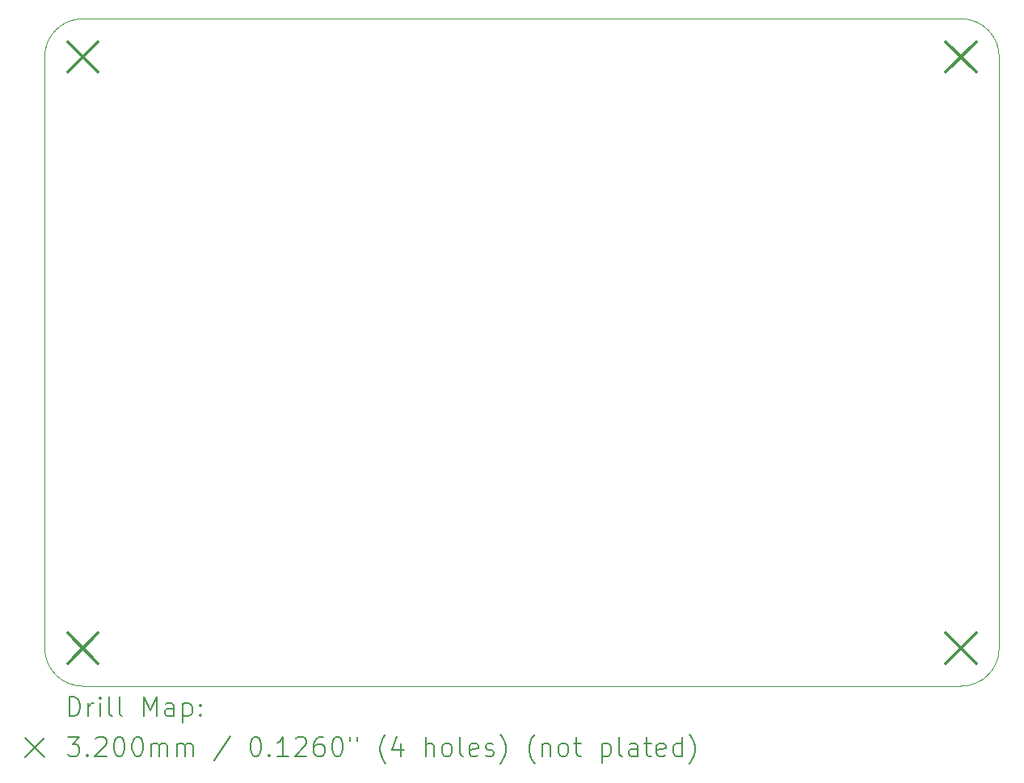
<source format=gbr>
%TF.GenerationSoftware,KiCad,Pcbnew,8.0.4*%
%TF.CreationDate,2024-09-04T06:00:44+09:00*%
%TF.ProjectId,circuit-esp32-base,63697263-7569-4742-9d65-737033322d62,rev?*%
%TF.SameCoordinates,Original*%
%TF.FileFunction,Drillmap*%
%TF.FilePolarity,Positive*%
%FSLAX45Y45*%
G04 Gerber Fmt 4.5, Leading zero omitted, Abs format (unit mm)*
G04 Created by KiCad (PCBNEW 8.0.4) date 2024-09-04 06:00:44*
%MOMM*%
%LPD*%
G01*
G04 APERTURE LIST*
%ADD10C,0.050000*%
%ADD11C,0.200000*%
%ADD12C,0.320000*%
G04 APERTURE END LIST*
D10*
X10000000Y-8350000D02*
G75*
G02*
X10400000Y-7950000I400000J0D01*
G01*
X20000000Y-14550000D02*
G75*
G02*
X19600000Y-14950000I-400000J0D01*
G01*
X10400000Y-7950000D02*
X19600000Y-7950000D01*
X19600000Y-7950000D02*
G75*
G02*
X20000000Y-8350000I0J-400000D01*
G01*
X10000000Y-8350000D02*
X10000000Y-14550000D01*
X10400000Y-14950000D02*
G75*
G02*
X10000000Y-14550000I0J400000D01*
G01*
X10400000Y-14950000D02*
X19600000Y-14950000D01*
X20000000Y-8350000D02*
X20000000Y-14550000D01*
D11*
D12*
X10240000Y-8190000D02*
X10560000Y-8510000D01*
X10560000Y-8190000D02*
X10240000Y-8510000D01*
X10240000Y-14390000D02*
X10560000Y-14710000D01*
X10560000Y-14390000D02*
X10240000Y-14710000D01*
X19440000Y-8190000D02*
X19760000Y-8510000D01*
X19760000Y-8190000D02*
X19440000Y-8510000D01*
X19440000Y-14390000D02*
X19760000Y-14710000D01*
X19760000Y-14390000D02*
X19440000Y-14710000D01*
D11*
X10258277Y-15263984D02*
X10258277Y-15063984D01*
X10258277Y-15063984D02*
X10305896Y-15063984D01*
X10305896Y-15063984D02*
X10334467Y-15073508D01*
X10334467Y-15073508D02*
X10353515Y-15092555D01*
X10353515Y-15092555D02*
X10363039Y-15111603D01*
X10363039Y-15111603D02*
X10372563Y-15149698D01*
X10372563Y-15149698D02*
X10372563Y-15178269D01*
X10372563Y-15178269D02*
X10363039Y-15216365D01*
X10363039Y-15216365D02*
X10353515Y-15235412D01*
X10353515Y-15235412D02*
X10334467Y-15254460D01*
X10334467Y-15254460D02*
X10305896Y-15263984D01*
X10305896Y-15263984D02*
X10258277Y-15263984D01*
X10458277Y-15263984D02*
X10458277Y-15130650D01*
X10458277Y-15168746D02*
X10467801Y-15149698D01*
X10467801Y-15149698D02*
X10477324Y-15140174D01*
X10477324Y-15140174D02*
X10496372Y-15130650D01*
X10496372Y-15130650D02*
X10515420Y-15130650D01*
X10582086Y-15263984D02*
X10582086Y-15130650D01*
X10582086Y-15063984D02*
X10572563Y-15073508D01*
X10572563Y-15073508D02*
X10582086Y-15083031D01*
X10582086Y-15083031D02*
X10591610Y-15073508D01*
X10591610Y-15073508D02*
X10582086Y-15063984D01*
X10582086Y-15063984D02*
X10582086Y-15083031D01*
X10705896Y-15263984D02*
X10686848Y-15254460D01*
X10686848Y-15254460D02*
X10677324Y-15235412D01*
X10677324Y-15235412D02*
X10677324Y-15063984D01*
X10810658Y-15263984D02*
X10791610Y-15254460D01*
X10791610Y-15254460D02*
X10782086Y-15235412D01*
X10782086Y-15235412D02*
X10782086Y-15063984D01*
X11039229Y-15263984D02*
X11039229Y-15063984D01*
X11039229Y-15063984D02*
X11105896Y-15206841D01*
X11105896Y-15206841D02*
X11172563Y-15063984D01*
X11172563Y-15063984D02*
X11172563Y-15263984D01*
X11353515Y-15263984D02*
X11353515Y-15159222D01*
X11353515Y-15159222D02*
X11343991Y-15140174D01*
X11343991Y-15140174D02*
X11324943Y-15130650D01*
X11324943Y-15130650D02*
X11286848Y-15130650D01*
X11286848Y-15130650D02*
X11267801Y-15140174D01*
X11353515Y-15254460D02*
X11334467Y-15263984D01*
X11334467Y-15263984D02*
X11286848Y-15263984D01*
X11286848Y-15263984D02*
X11267801Y-15254460D01*
X11267801Y-15254460D02*
X11258277Y-15235412D01*
X11258277Y-15235412D02*
X11258277Y-15216365D01*
X11258277Y-15216365D02*
X11267801Y-15197317D01*
X11267801Y-15197317D02*
X11286848Y-15187793D01*
X11286848Y-15187793D02*
X11334467Y-15187793D01*
X11334467Y-15187793D02*
X11353515Y-15178269D01*
X11448753Y-15130650D02*
X11448753Y-15330650D01*
X11448753Y-15140174D02*
X11467801Y-15130650D01*
X11467801Y-15130650D02*
X11505896Y-15130650D01*
X11505896Y-15130650D02*
X11524943Y-15140174D01*
X11524943Y-15140174D02*
X11534467Y-15149698D01*
X11534467Y-15149698D02*
X11543991Y-15168746D01*
X11543991Y-15168746D02*
X11543991Y-15225888D01*
X11543991Y-15225888D02*
X11534467Y-15244936D01*
X11534467Y-15244936D02*
X11524943Y-15254460D01*
X11524943Y-15254460D02*
X11505896Y-15263984D01*
X11505896Y-15263984D02*
X11467801Y-15263984D01*
X11467801Y-15263984D02*
X11448753Y-15254460D01*
X11629705Y-15244936D02*
X11639229Y-15254460D01*
X11639229Y-15254460D02*
X11629705Y-15263984D01*
X11629705Y-15263984D02*
X11620182Y-15254460D01*
X11620182Y-15254460D02*
X11629705Y-15244936D01*
X11629705Y-15244936D02*
X11629705Y-15263984D01*
X11629705Y-15140174D02*
X11639229Y-15149698D01*
X11639229Y-15149698D02*
X11629705Y-15159222D01*
X11629705Y-15159222D02*
X11620182Y-15149698D01*
X11620182Y-15149698D02*
X11629705Y-15140174D01*
X11629705Y-15140174D02*
X11629705Y-15159222D01*
X9797500Y-15492500D02*
X9997500Y-15692500D01*
X9997500Y-15492500D02*
X9797500Y-15692500D01*
X10239229Y-15483984D02*
X10363039Y-15483984D01*
X10363039Y-15483984D02*
X10296372Y-15560174D01*
X10296372Y-15560174D02*
X10324944Y-15560174D01*
X10324944Y-15560174D02*
X10343991Y-15569698D01*
X10343991Y-15569698D02*
X10353515Y-15579222D01*
X10353515Y-15579222D02*
X10363039Y-15598269D01*
X10363039Y-15598269D02*
X10363039Y-15645888D01*
X10363039Y-15645888D02*
X10353515Y-15664936D01*
X10353515Y-15664936D02*
X10343991Y-15674460D01*
X10343991Y-15674460D02*
X10324944Y-15683984D01*
X10324944Y-15683984D02*
X10267801Y-15683984D01*
X10267801Y-15683984D02*
X10248753Y-15674460D01*
X10248753Y-15674460D02*
X10239229Y-15664936D01*
X10448753Y-15664936D02*
X10458277Y-15674460D01*
X10458277Y-15674460D02*
X10448753Y-15683984D01*
X10448753Y-15683984D02*
X10439229Y-15674460D01*
X10439229Y-15674460D02*
X10448753Y-15664936D01*
X10448753Y-15664936D02*
X10448753Y-15683984D01*
X10534467Y-15503031D02*
X10543991Y-15493508D01*
X10543991Y-15493508D02*
X10563039Y-15483984D01*
X10563039Y-15483984D02*
X10610658Y-15483984D01*
X10610658Y-15483984D02*
X10629705Y-15493508D01*
X10629705Y-15493508D02*
X10639229Y-15503031D01*
X10639229Y-15503031D02*
X10648753Y-15522079D01*
X10648753Y-15522079D02*
X10648753Y-15541127D01*
X10648753Y-15541127D02*
X10639229Y-15569698D01*
X10639229Y-15569698D02*
X10524944Y-15683984D01*
X10524944Y-15683984D02*
X10648753Y-15683984D01*
X10772563Y-15483984D02*
X10791610Y-15483984D01*
X10791610Y-15483984D02*
X10810658Y-15493508D01*
X10810658Y-15493508D02*
X10820182Y-15503031D01*
X10820182Y-15503031D02*
X10829705Y-15522079D01*
X10829705Y-15522079D02*
X10839229Y-15560174D01*
X10839229Y-15560174D02*
X10839229Y-15607793D01*
X10839229Y-15607793D02*
X10829705Y-15645888D01*
X10829705Y-15645888D02*
X10820182Y-15664936D01*
X10820182Y-15664936D02*
X10810658Y-15674460D01*
X10810658Y-15674460D02*
X10791610Y-15683984D01*
X10791610Y-15683984D02*
X10772563Y-15683984D01*
X10772563Y-15683984D02*
X10753515Y-15674460D01*
X10753515Y-15674460D02*
X10743991Y-15664936D01*
X10743991Y-15664936D02*
X10734467Y-15645888D01*
X10734467Y-15645888D02*
X10724944Y-15607793D01*
X10724944Y-15607793D02*
X10724944Y-15560174D01*
X10724944Y-15560174D02*
X10734467Y-15522079D01*
X10734467Y-15522079D02*
X10743991Y-15503031D01*
X10743991Y-15503031D02*
X10753515Y-15493508D01*
X10753515Y-15493508D02*
X10772563Y-15483984D01*
X10963039Y-15483984D02*
X10982086Y-15483984D01*
X10982086Y-15483984D02*
X11001134Y-15493508D01*
X11001134Y-15493508D02*
X11010658Y-15503031D01*
X11010658Y-15503031D02*
X11020182Y-15522079D01*
X11020182Y-15522079D02*
X11029705Y-15560174D01*
X11029705Y-15560174D02*
X11029705Y-15607793D01*
X11029705Y-15607793D02*
X11020182Y-15645888D01*
X11020182Y-15645888D02*
X11010658Y-15664936D01*
X11010658Y-15664936D02*
X11001134Y-15674460D01*
X11001134Y-15674460D02*
X10982086Y-15683984D01*
X10982086Y-15683984D02*
X10963039Y-15683984D01*
X10963039Y-15683984D02*
X10943991Y-15674460D01*
X10943991Y-15674460D02*
X10934467Y-15664936D01*
X10934467Y-15664936D02*
X10924944Y-15645888D01*
X10924944Y-15645888D02*
X10915420Y-15607793D01*
X10915420Y-15607793D02*
X10915420Y-15560174D01*
X10915420Y-15560174D02*
X10924944Y-15522079D01*
X10924944Y-15522079D02*
X10934467Y-15503031D01*
X10934467Y-15503031D02*
X10943991Y-15493508D01*
X10943991Y-15493508D02*
X10963039Y-15483984D01*
X11115420Y-15683984D02*
X11115420Y-15550650D01*
X11115420Y-15569698D02*
X11124944Y-15560174D01*
X11124944Y-15560174D02*
X11143991Y-15550650D01*
X11143991Y-15550650D02*
X11172563Y-15550650D01*
X11172563Y-15550650D02*
X11191610Y-15560174D01*
X11191610Y-15560174D02*
X11201134Y-15579222D01*
X11201134Y-15579222D02*
X11201134Y-15683984D01*
X11201134Y-15579222D02*
X11210658Y-15560174D01*
X11210658Y-15560174D02*
X11229705Y-15550650D01*
X11229705Y-15550650D02*
X11258277Y-15550650D01*
X11258277Y-15550650D02*
X11277324Y-15560174D01*
X11277324Y-15560174D02*
X11286848Y-15579222D01*
X11286848Y-15579222D02*
X11286848Y-15683984D01*
X11382086Y-15683984D02*
X11382086Y-15550650D01*
X11382086Y-15569698D02*
X11391610Y-15560174D01*
X11391610Y-15560174D02*
X11410658Y-15550650D01*
X11410658Y-15550650D02*
X11439229Y-15550650D01*
X11439229Y-15550650D02*
X11458277Y-15560174D01*
X11458277Y-15560174D02*
X11467801Y-15579222D01*
X11467801Y-15579222D02*
X11467801Y-15683984D01*
X11467801Y-15579222D02*
X11477324Y-15560174D01*
X11477324Y-15560174D02*
X11496372Y-15550650D01*
X11496372Y-15550650D02*
X11524943Y-15550650D01*
X11524943Y-15550650D02*
X11543991Y-15560174D01*
X11543991Y-15560174D02*
X11553515Y-15579222D01*
X11553515Y-15579222D02*
X11553515Y-15683984D01*
X11943991Y-15474460D02*
X11772563Y-15731603D01*
X12201134Y-15483984D02*
X12220182Y-15483984D01*
X12220182Y-15483984D02*
X12239229Y-15493508D01*
X12239229Y-15493508D02*
X12248753Y-15503031D01*
X12248753Y-15503031D02*
X12258277Y-15522079D01*
X12258277Y-15522079D02*
X12267801Y-15560174D01*
X12267801Y-15560174D02*
X12267801Y-15607793D01*
X12267801Y-15607793D02*
X12258277Y-15645888D01*
X12258277Y-15645888D02*
X12248753Y-15664936D01*
X12248753Y-15664936D02*
X12239229Y-15674460D01*
X12239229Y-15674460D02*
X12220182Y-15683984D01*
X12220182Y-15683984D02*
X12201134Y-15683984D01*
X12201134Y-15683984D02*
X12182086Y-15674460D01*
X12182086Y-15674460D02*
X12172563Y-15664936D01*
X12172563Y-15664936D02*
X12163039Y-15645888D01*
X12163039Y-15645888D02*
X12153515Y-15607793D01*
X12153515Y-15607793D02*
X12153515Y-15560174D01*
X12153515Y-15560174D02*
X12163039Y-15522079D01*
X12163039Y-15522079D02*
X12172563Y-15503031D01*
X12172563Y-15503031D02*
X12182086Y-15493508D01*
X12182086Y-15493508D02*
X12201134Y-15483984D01*
X12353515Y-15664936D02*
X12363039Y-15674460D01*
X12363039Y-15674460D02*
X12353515Y-15683984D01*
X12353515Y-15683984D02*
X12343991Y-15674460D01*
X12343991Y-15674460D02*
X12353515Y-15664936D01*
X12353515Y-15664936D02*
X12353515Y-15683984D01*
X12553515Y-15683984D02*
X12439229Y-15683984D01*
X12496372Y-15683984D02*
X12496372Y-15483984D01*
X12496372Y-15483984D02*
X12477325Y-15512555D01*
X12477325Y-15512555D02*
X12458277Y-15531603D01*
X12458277Y-15531603D02*
X12439229Y-15541127D01*
X12629706Y-15503031D02*
X12639229Y-15493508D01*
X12639229Y-15493508D02*
X12658277Y-15483984D01*
X12658277Y-15483984D02*
X12705896Y-15483984D01*
X12705896Y-15483984D02*
X12724944Y-15493508D01*
X12724944Y-15493508D02*
X12734467Y-15503031D01*
X12734467Y-15503031D02*
X12743991Y-15522079D01*
X12743991Y-15522079D02*
X12743991Y-15541127D01*
X12743991Y-15541127D02*
X12734467Y-15569698D01*
X12734467Y-15569698D02*
X12620182Y-15683984D01*
X12620182Y-15683984D02*
X12743991Y-15683984D01*
X12915420Y-15483984D02*
X12877325Y-15483984D01*
X12877325Y-15483984D02*
X12858277Y-15493508D01*
X12858277Y-15493508D02*
X12848753Y-15503031D01*
X12848753Y-15503031D02*
X12829706Y-15531603D01*
X12829706Y-15531603D02*
X12820182Y-15569698D01*
X12820182Y-15569698D02*
X12820182Y-15645888D01*
X12820182Y-15645888D02*
X12829706Y-15664936D01*
X12829706Y-15664936D02*
X12839229Y-15674460D01*
X12839229Y-15674460D02*
X12858277Y-15683984D01*
X12858277Y-15683984D02*
X12896372Y-15683984D01*
X12896372Y-15683984D02*
X12915420Y-15674460D01*
X12915420Y-15674460D02*
X12924944Y-15664936D01*
X12924944Y-15664936D02*
X12934467Y-15645888D01*
X12934467Y-15645888D02*
X12934467Y-15598269D01*
X12934467Y-15598269D02*
X12924944Y-15579222D01*
X12924944Y-15579222D02*
X12915420Y-15569698D01*
X12915420Y-15569698D02*
X12896372Y-15560174D01*
X12896372Y-15560174D02*
X12858277Y-15560174D01*
X12858277Y-15560174D02*
X12839229Y-15569698D01*
X12839229Y-15569698D02*
X12829706Y-15579222D01*
X12829706Y-15579222D02*
X12820182Y-15598269D01*
X13058277Y-15483984D02*
X13077325Y-15483984D01*
X13077325Y-15483984D02*
X13096372Y-15493508D01*
X13096372Y-15493508D02*
X13105896Y-15503031D01*
X13105896Y-15503031D02*
X13115420Y-15522079D01*
X13115420Y-15522079D02*
X13124944Y-15560174D01*
X13124944Y-15560174D02*
X13124944Y-15607793D01*
X13124944Y-15607793D02*
X13115420Y-15645888D01*
X13115420Y-15645888D02*
X13105896Y-15664936D01*
X13105896Y-15664936D02*
X13096372Y-15674460D01*
X13096372Y-15674460D02*
X13077325Y-15683984D01*
X13077325Y-15683984D02*
X13058277Y-15683984D01*
X13058277Y-15683984D02*
X13039229Y-15674460D01*
X13039229Y-15674460D02*
X13029706Y-15664936D01*
X13029706Y-15664936D02*
X13020182Y-15645888D01*
X13020182Y-15645888D02*
X13010658Y-15607793D01*
X13010658Y-15607793D02*
X13010658Y-15560174D01*
X13010658Y-15560174D02*
X13020182Y-15522079D01*
X13020182Y-15522079D02*
X13029706Y-15503031D01*
X13029706Y-15503031D02*
X13039229Y-15493508D01*
X13039229Y-15493508D02*
X13058277Y-15483984D01*
X13201134Y-15483984D02*
X13201134Y-15522079D01*
X13277325Y-15483984D02*
X13277325Y-15522079D01*
X13572563Y-15760174D02*
X13563039Y-15750650D01*
X13563039Y-15750650D02*
X13543991Y-15722079D01*
X13543991Y-15722079D02*
X13534468Y-15703031D01*
X13534468Y-15703031D02*
X13524944Y-15674460D01*
X13524944Y-15674460D02*
X13515420Y-15626841D01*
X13515420Y-15626841D02*
X13515420Y-15588746D01*
X13515420Y-15588746D02*
X13524944Y-15541127D01*
X13524944Y-15541127D02*
X13534468Y-15512555D01*
X13534468Y-15512555D02*
X13543991Y-15493508D01*
X13543991Y-15493508D02*
X13563039Y-15464936D01*
X13563039Y-15464936D02*
X13572563Y-15455412D01*
X13734468Y-15550650D02*
X13734468Y-15683984D01*
X13686848Y-15474460D02*
X13639229Y-15617317D01*
X13639229Y-15617317D02*
X13763039Y-15617317D01*
X13991610Y-15683984D02*
X13991610Y-15483984D01*
X14077325Y-15683984D02*
X14077325Y-15579222D01*
X14077325Y-15579222D02*
X14067801Y-15560174D01*
X14067801Y-15560174D02*
X14048753Y-15550650D01*
X14048753Y-15550650D02*
X14020182Y-15550650D01*
X14020182Y-15550650D02*
X14001134Y-15560174D01*
X14001134Y-15560174D02*
X13991610Y-15569698D01*
X14201134Y-15683984D02*
X14182087Y-15674460D01*
X14182087Y-15674460D02*
X14172563Y-15664936D01*
X14172563Y-15664936D02*
X14163039Y-15645888D01*
X14163039Y-15645888D02*
X14163039Y-15588746D01*
X14163039Y-15588746D02*
X14172563Y-15569698D01*
X14172563Y-15569698D02*
X14182087Y-15560174D01*
X14182087Y-15560174D02*
X14201134Y-15550650D01*
X14201134Y-15550650D02*
X14229706Y-15550650D01*
X14229706Y-15550650D02*
X14248753Y-15560174D01*
X14248753Y-15560174D02*
X14258277Y-15569698D01*
X14258277Y-15569698D02*
X14267801Y-15588746D01*
X14267801Y-15588746D02*
X14267801Y-15645888D01*
X14267801Y-15645888D02*
X14258277Y-15664936D01*
X14258277Y-15664936D02*
X14248753Y-15674460D01*
X14248753Y-15674460D02*
X14229706Y-15683984D01*
X14229706Y-15683984D02*
X14201134Y-15683984D01*
X14382087Y-15683984D02*
X14363039Y-15674460D01*
X14363039Y-15674460D02*
X14353515Y-15655412D01*
X14353515Y-15655412D02*
X14353515Y-15483984D01*
X14534468Y-15674460D02*
X14515420Y-15683984D01*
X14515420Y-15683984D02*
X14477325Y-15683984D01*
X14477325Y-15683984D02*
X14458277Y-15674460D01*
X14458277Y-15674460D02*
X14448753Y-15655412D01*
X14448753Y-15655412D02*
X14448753Y-15579222D01*
X14448753Y-15579222D02*
X14458277Y-15560174D01*
X14458277Y-15560174D02*
X14477325Y-15550650D01*
X14477325Y-15550650D02*
X14515420Y-15550650D01*
X14515420Y-15550650D02*
X14534468Y-15560174D01*
X14534468Y-15560174D02*
X14543991Y-15579222D01*
X14543991Y-15579222D02*
X14543991Y-15598269D01*
X14543991Y-15598269D02*
X14448753Y-15617317D01*
X14620182Y-15674460D02*
X14639230Y-15683984D01*
X14639230Y-15683984D02*
X14677325Y-15683984D01*
X14677325Y-15683984D02*
X14696372Y-15674460D01*
X14696372Y-15674460D02*
X14705896Y-15655412D01*
X14705896Y-15655412D02*
X14705896Y-15645888D01*
X14705896Y-15645888D02*
X14696372Y-15626841D01*
X14696372Y-15626841D02*
X14677325Y-15617317D01*
X14677325Y-15617317D02*
X14648753Y-15617317D01*
X14648753Y-15617317D02*
X14629706Y-15607793D01*
X14629706Y-15607793D02*
X14620182Y-15588746D01*
X14620182Y-15588746D02*
X14620182Y-15579222D01*
X14620182Y-15579222D02*
X14629706Y-15560174D01*
X14629706Y-15560174D02*
X14648753Y-15550650D01*
X14648753Y-15550650D02*
X14677325Y-15550650D01*
X14677325Y-15550650D02*
X14696372Y-15560174D01*
X14772563Y-15760174D02*
X14782087Y-15750650D01*
X14782087Y-15750650D02*
X14801134Y-15722079D01*
X14801134Y-15722079D02*
X14810658Y-15703031D01*
X14810658Y-15703031D02*
X14820182Y-15674460D01*
X14820182Y-15674460D02*
X14829706Y-15626841D01*
X14829706Y-15626841D02*
X14829706Y-15588746D01*
X14829706Y-15588746D02*
X14820182Y-15541127D01*
X14820182Y-15541127D02*
X14810658Y-15512555D01*
X14810658Y-15512555D02*
X14801134Y-15493508D01*
X14801134Y-15493508D02*
X14782087Y-15464936D01*
X14782087Y-15464936D02*
X14772563Y-15455412D01*
X15134468Y-15760174D02*
X15124944Y-15750650D01*
X15124944Y-15750650D02*
X15105896Y-15722079D01*
X15105896Y-15722079D02*
X15096372Y-15703031D01*
X15096372Y-15703031D02*
X15086849Y-15674460D01*
X15086849Y-15674460D02*
X15077325Y-15626841D01*
X15077325Y-15626841D02*
X15077325Y-15588746D01*
X15077325Y-15588746D02*
X15086849Y-15541127D01*
X15086849Y-15541127D02*
X15096372Y-15512555D01*
X15096372Y-15512555D02*
X15105896Y-15493508D01*
X15105896Y-15493508D02*
X15124944Y-15464936D01*
X15124944Y-15464936D02*
X15134468Y-15455412D01*
X15210658Y-15550650D02*
X15210658Y-15683984D01*
X15210658Y-15569698D02*
X15220182Y-15560174D01*
X15220182Y-15560174D02*
X15239230Y-15550650D01*
X15239230Y-15550650D02*
X15267801Y-15550650D01*
X15267801Y-15550650D02*
X15286849Y-15560174D01*
X15286849Y-15560174D02*
X15296372Y-15579222D01*
X15296372Y-15579222D02*
X15296372Y-15683984D01*
X15420182Y-15683984D02*
X15401134Y-15674460D01*
X15401134Y-15674460D02*
X15391611Y-15664936D01*
X15391611Y-15664936D02*
X15382087Y-15645888D01*
X15382087Y-15645888D02*
X15382087Y-15588746D01*
X15382087Y-15588746D02*
X15391611Y-15569698D01*
X15391611Y-15569698D02*
X15401134Y-15560174D01*
X15401134Y-15560174D02*
X15420182Y-15550650D01*
X15420182Y-15550650D02*
X15448753Y-15550650D01*
X15448753Y-15550650D02*
X15467801Y-15560174D01*
X15467801Y-15560174D02*
X15477325Y-15569698D01*
X15477325Y-15569698D02*
X15486849Y-15588746D01*
X15486849Y-15588746D02*
X15486849Y-15645888D01*
X15486849Y-15645888D02*
X15477325Y-15664936D01*
X15477325Y-15664936D02*
X15467801Y-15674460D01*
X15467801Y-15674460D02*
X15448753Y-15683984D01*
X15448753Y-15683984D02*
X15420182Y-15683984D01*
X15543992Y-15550650D02*
X15620182Y-15550650D01*
X15572563Y-15483984D02*
X15572563Y-15655412D01*
X15572563Y-15655412D02*
X15582087Y-15674460D01*
X15582087Y-15674460D02*
X15601134Y-15683984D01*
X15601134Y-15683984D02*
X15620182Y-15683984D01*
X15839230Y-15550650D02*
X15839230Y-15750650D01*
X15839230Y-15560174D02*
X15858277Y-15550650D01*
X15858277Y-15550650D02*
X15896373Y-15550650D01*
X15896373Y-15550650D02*
X15915420Y-15560174D01*
X15915420Y-15560174D02*
X15924944Y-15569698D01*
X15924944Y-15569698D02*
X15934468Y-15588746D01*
X15934468Y-15588746D02*
X15934468Y-15645888D01*
X15934468Y-15645888D02*
X15924944Y-15664936D01*
X15924944Y-15664936D02*
X15915420Y-15674460D01*
X15915420Y-15674460D02*
X15896373Y-15683984D01*
X15896373Y-15683984D02*
X15858277Y-15683984D01*
X15858277Y-15683984D02*
X15839230Y-15674460D01*
X16048753Y-15683984D02*
X16029706Y-15674460D01*
X16029706Y-15674460D02*
X16020182Y-15655412D01*
X16020182Y-15655412D02*
X16020182Y-15483984D01*
X16210658Y-15683984D02*
X16210658Y-15579222D01*
X16210658Y-15579222D02*
X16201134Y-15560174D01*
X16201134Y-15560174D02*
X16182087Y-15550650D01*
X16182087Y-15550650D02*
X16143992Y-15550650D01*
X16143992Y-15550650D02*
X16124944Y-15560174D01*
X16210658Y-15674460D02*
X16191611Y-15683984D01*
X16191611Y-15683984D02*
X16143992Y-15683984D01*
X16143992Y-15683984D02*
X16124944Y-15674460D01*
X16124944Y-15674460D02*
X16115420Y-15655412D01*
X16115420Y-15655412D02*
X16115420Y-15636365D01*
X16115420Y-15636365D02*
X16124944Y-15617317D01*
X16124944Y-15617317D02*
X16143992Y-15607793D01*
X16143992Y-15607793D02*
X16191611Y-15607793D01*
X16191611Y-15607793D02*
X16210658Y-15598269D01*
X16277325Y-15550650D02*
X16353515Y-15550650D01*
X16305896Y-15483984D02*
X16305896Y-15655412D01*
X16305896Y-15655412D02*
X16315420Y-15674460D01*
X16315420Y-15674460D02*
X16334468Y-15683984D01*
X16334468Y-15683984D02*
X16353515Y-15683984D01*
X16496373Y-15674460D02*
X16477325Y-15683984D01*
X16477325Y-15683984D02*
X16439230Y-15683984D01*
X16439230Y-15683984D02*
X16420182Y-15674460D01*
X16420182Y-15674460D02*
X16410658Y-15655412D01*
X16410658Y-15655412D02*
X16410658Y-15579222D01*
X16410658Y-15579222D02*
X16420182Y-15560174D01*
X16420182Y-15560174D02*
X16439230Y-15550650D01*
X16439230Y-15550650D02*
X16477325Y-15550650D01*
X16477325Y-15550650D02*
X16496373Y-15560174D01*
X16496373Y-15560174D02*
X16505896Y-15579222D01*
X16505896Y-15579222D02*
X16505896Y-15598269D01*
X16505896Y-15598269D02*
X16410658Y-15617317D01*
X16677325Y-15683984D02*
X16677325Y-15483984D01*
X16677325Y-15674460D02*
X16658277Y-15683984D01*
X16658277Y-15683984D02*
X16620182Y-15683984D01*
X16620182Y-15683984D02*
X16601134Y-15674460D01*
X16601134Y-15674460D02*
X16591611Y-15664936D01*
X16591611Y-15664936D02*
X16582087Y-15645888D01*
X16582087Y-15645888D02*
X16582087Y-15588746D01*
X16582087Y-15588746D02*
X16591611Y-15569698D01*
X16591611Y-15569698D02*
X16601134Y-15560174D01*
X16601134Y-15560174D02*
X16620182Y-15550650D01*
X16620182Y-15550650D02*
X16658277Y-15550650D01*
X16658277Y-15550650D02*
X16677325Y-15560174D01*
X16753515Y-15760174D02*
X16763039Y-15750650D01*
X16763039Y-15750650D02*
X16782087Y-15722079D01*
X16782087Y-15722079D02*
X16791611Y-15703031D01*
X16791611Y-15703031D02*
X16801135Y-15674460D01*
X16801135Y-15674460D02*
X16810658Y-15626841D01*
X16810658Y-15626841D02*
X16810658Y-15588746D01*
X16810658Y-15588746D02*
X16801135Y-15541127D01*
X16801135Y-15541127D02*
X16791611Y-15512555D01*
X16791611Y-15512555D02*
X16782087Y-15493508D01*
X16782087Y-15493508D02*
X16763039Y-15464936D01*
X16763039Y-15464936D02*
X16753515Y-15455412D01*
M02*

</source>
